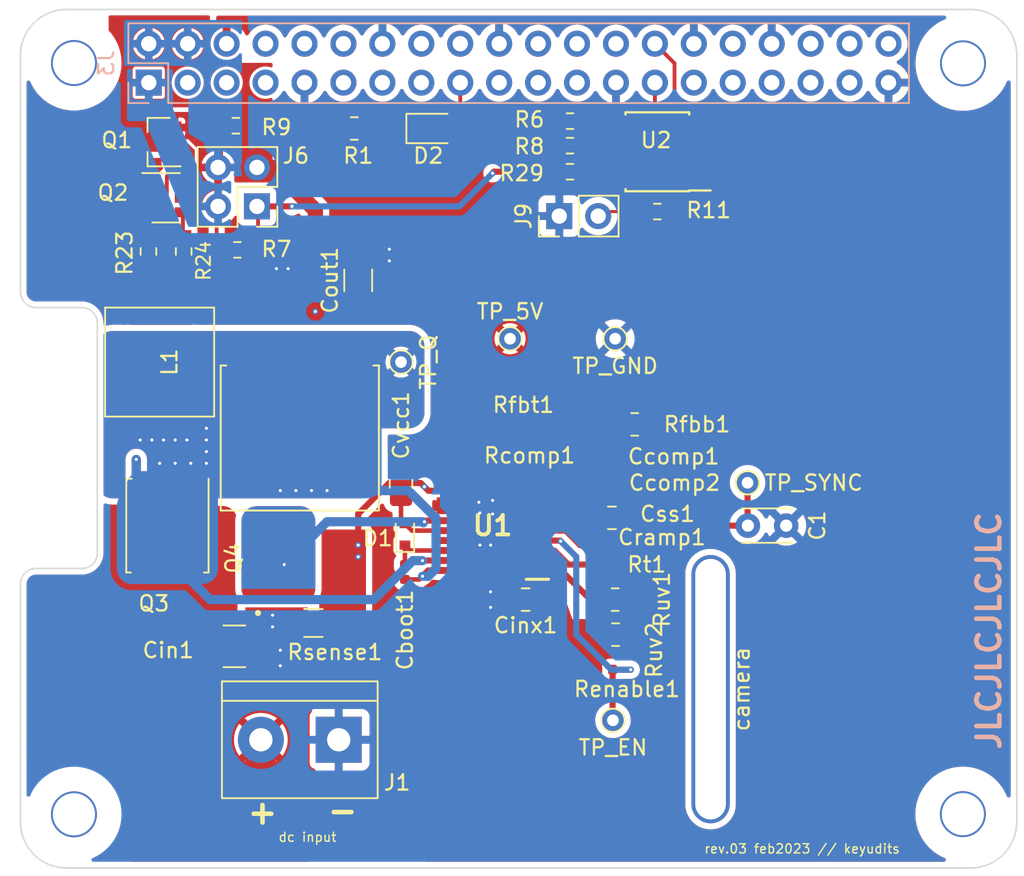
<source format=kicad_pcb>
(kicad_pcb (version 20211014) (generator pcbnew)
  (layers (0 "F.Cu" signal) (31 "B.Cu" signal) (34 "B.Paste" user) (35 "F.Paste" user) (36 "B.SilkS" user "B.Silkscreen") (37 "F.SilkS" user "F.Silkscreen") (38 "B.Mask" user) (39 "F.Mask" user) (44 "Edge.Cuts" user))
  (net 0 "")
  (net 1 "GND")
  (net 2 "/ID_SD_EEPROM")
  (net 3 "/ID_SC_EEPROM")
  (net 4 "Net-(Q1-Pad1)")
  (net 5 "Net-(Q2-Pad1)")
  (net 6 "/P3V3_HAT")
  (net 7 "/P5V_HAT")
  (net 8 "/P3V3")
  (net 9 "/P5V")
  (net 10 "Net-(J9-Pad2)")
  (net 11 "Net-(Cboot1-Pad1)")
  (net 12 "Net-(Ccomp1-Pad2)")
  (net 13 "Net-(Ccomp1-Pad1)")
  (net 14 "Net-(Ccomp2-Pad2)")
  (net 15 "Net-(Cramp1-Pad1)")
  (net 16 "Net-(Css1-Pad1)")
  (net 17 "Net-(Cvcc1-Pad1)")
  (net 18 "/LED")
  (net 19 "Net-(D2-Pad1)")
  (net 20 "cont")
  (net 45 "Net-(Renable1-Pad2)")
  (net 46 "Net-(Ruv1-Pad1)")
  (net 47 "Net-(C1-Pad2)")
  (net 50 "q4_pad3")
  (net 51 "Vin")
  (net 52 "ho")
  (net 53 "lo")
  (footprint "project_footprints:NPTH_3mm_ID" (layer "F.Cu") (at 82.04 64.31)
    (fp_text reference "H1")
    (fp_text value "3mm_Mounting_Hole" hide)
  )
  (footprint "project_footprints:NPTH_3mm_ID" (layer "F.Cu") (at 140.04 64.33)
    (fp_text reference "H2")
    (fp_text value "3mm_Mounting_Hole" hide)
  )
  (footprint "project_footprints:NPTH_3mm_ID" (layer "F.Cu") (at 82.04 113.32)
    (fp_text reference "H3")
    (fp_text value "3mm_Mounting_Hole" hide)
  )
  (footprint "project_footprints:NPTH_3mm_ID" (layer "F.Cu") (at 140.03 113.31)
    (fp_text reference "H4")
    (fp_text value "3mm_Mounting_Hole" hide)
  )
  (footprint "Resistor_SMD:R_0603_1608Metric_Pad0.84x1.00mm_HandSolder" (layer "F.Cu") (at 92.6 68.4)
    (fp_text reference "R9")
    (fp_text value "DNP")
  )
  (footprint "Resistor_SMD:R_0603_1608Metric_Pad0.84x1.00mm_HandSolder" (layer "F.Cu") (at 92.7 76.5)
    (fp_text reference "R7")
    (fp_text value "DNP")
  )
  (footprint "Resistor_SMD:R_0603_1608Metric_Pad0.84x1.00mm_HandSolder" (layer "F.Cu") (at 120.1 74)
    (fp_text reference "R11")
    (fp_text value "DNP")
  )
  (footprint "Resistor_SMD:R_0603_1608Metric_Pad0.84x1.00mm_HandSolder" (layer "F.Cu") (at 86.9 76.6 -90)
    (fp_text reference "R23")
    (fp_text value "10K")
  )
  (footprint "Resistor_SMD:R_0603_1608Metric_Pad0.84x1.00mm_HandSolder" (layer "F.Cu") (at 89.2 76.6 -90)
    (fp_text reference "R24")
    (fp_text value "47K")
  )
  (footprint "Resistor_SMD:R_0603_1608Metric_Pad0.84x1.00mm_HandSolder" (layer "F.Cu") (at 114.4 71.4)
    (fp_text reference "R29")
    (fp_text value "10K")
  )
  (footprint "Resistor_SMD:R_0603_1608Metric_Pad0.84x1.00mm_HandSolder" (layer "F.Cu") (at 114.4 69.7)
    (fp_text reference "R8")
    (fp_text value "3.9K")
  )
  (footprint "Package_TO_SOT_SMD:SOT-23-6" (layer "F.Cu") (at 88.05 73.1)
    (fp_text reference "Q2")
    (fp_text value "DMMT5401")
  )
  (footprint "Package_TO_SOT_SMD:SOT-23" (layer "F.Cu") (at 87.6 69.469 180)
    (fp_text reference "Q1")
    (fp_text value "DMG2305UX")
  )
  (footprint "Package_SOIC:SOIC-8_3.9x4.9mm_P1.27mm" (layer "F.Cu") (at 120.1 70.1 180)
    (fp_text reference "U2")
    (fp_text value "CAT24C32")
  )
  (footprint "Connector_PinHeader_2.54mm:PinHeader_2x02_P2.54mm_Vertical" (layer "F.Cu") (at 93.98 73.66 180)
    (fp_text reference "J6")
    (fp_text value "CONN_02X02")
  )
  (footprint "Resistor_SMD:R_0603_1608Metric_Pad0.84x1.00mm_HandSolder" (layer "F.Cu") (at 114.4 68.1)
    (fp_text reference "R6")
    (fp_text value "3.9K")
  )
  (footprint "Capacitor_SMD:C_1210_3225Metric" (layer "F.Cu") (at 92.505 102.362)
    (fp_text reference "Cin1")
    (fp_text value "2.2uF")
  )
  (footprint "Capacitor_SMD:C_0805_2012Metric" (layer "F.Cu") (at 103.378 91.76 90)
    (fp_text reference "Cvcc1")
    (fp_text value "1uF")
  )
  (footprint "Diode_SMD:D_SOD-523" (layer "F.Cu") (at 103.632 95.058 90)
    (fp_text reference "D1")
    (fp_text value "BAS516")
  )
  (footprint "LED_SMD:LED_0805_2012Metric" (layer "F.Cu") (at 105.41 68.58)
    (fp_text reference "D2")
    (fp_text value "LED")
  )
  (footprint "TerminalBlock:TerminalBlock_bornier-2_P5.08mm" (layer "F.Cu") (at 99.314 108.458 180)
    (fp_text reference "J1")
    (fp_text value "Input")
  )
  (footprint "Resistor_SMD:R_0805_2012Metric" (layer "F.Cu") (at 100.33 68.58)
    (fp_text reference "R1")
    (fp_text value "2.2k")
  )
  (footprint "Resistor_SMD:R_1206_3216Metric" (layer "F.Cu") (at 97.66 100.838 180)
    (fp_text reference "Rsense1")
    (fp_text value "20m")
  )
  (footprint "Resistor_SMD:R_0805_2012Metric" (layer "F.Cu") (at 117.348 99.314)
    (fp_text reference "Ruv1")
    (fp_text value "14.7k")
  )
  (footprint "Resistor_SMD:R_0805_2012Metric" (layer "F.Cu") (at 117.3755 101.6)
    (fp_text reference "Ruv2")
    (fp_text value "76.8k")
  )
  (footprint "Capacitor_SMD:C_0805_2012Metric" (layer "F.Cu") (at 111.506 99.314 180)
    (fp_text reference "Cinx1")
    (fp_text value "100nF")
  )
  (footprint "Capacitor_SMD:C_0402_1005Metric" (layer "F.Cu") (at 103.632 97.513 -90)
    (fp_text reference "Cboot1")
    (fp_text value "100nF")
  )
  (footprint "kyuditsky_kicad:SOP65P640X110-21N" (layer "F.Cu") (at 109.351 94.488 180)
    (fp_text reference "U1")
    (fp_text value "LM5116MHX_NOPB" hide)
  )
  (footprint "Inductor_SMD:L_Bourns_SRP6540" (layer "F.Cu") (at 87.63 83.82 90)
    (fp_text reference "L1")
    (fp_text value "8.2uH")
  )
  (footprint "Resistor_SMD:R_0805_2012Metric" (layer "F.Cu") (at 118.6225 87.884)
    (fp_text reference "Rfbb1")
    (fp_text value "10.4k")
  )
  (footprint "Connector_PinHeader_2.54mm:PinHeader_1x02_P2.54mm_Vertical" (layer "F.Cu") (at 113.7 74.295 90)
    (fp_text reference "J9")
    (fp_text value "CONN_01X02")
  )
  (footprint "Resistor_SMD:R_0402_1005Metric" (layer "F.Cu") (at 117.348 97.028)
    (fp_text reference "Rt1")
    (fp_text value "6.04k")
  )
  (footprint "Capacitor_SMD:C_1206_3216Metric" (layer "F.Cu") (at 100.584 78.486 90)
    (fp_text reference "Cout1")
    (fp_text value "33uF")
  )
  (footprint "Capacitor_SMD:C_0402_1005Metric" (layer "F.Cu") (at 116.925 91.694 180)
    (fp_text reference "Ccomp2")
    (fp_text value "15pF")
  )
  (footprint "Capacitor_SMD:C_0402_1005Metric" (layer "F.Cu") (at 116.971 89.916 180)
    (fp_text reference "Ccomp1")
    (fp_text value "470pF")
  )
  (footprint "Capacitor_SMD:C_0805_2012Metric" (layer "F.Cu") (at 117.136 93.98)
    (fp_text reference "Css1")
    (fp_text value "33nF")
  )
  (footprint "Capacitor_SMD:C_0402_1005Metric" (layer "F.Cu") (at 116.694 95.758)
    (fp_text reference "Cramp1")
    (fp_text value "220pF")
  )
  (footprint "Resistor_SMD:R_0402_1005Metric" (layer "F.Cu") (at 114.408 87.122)
    (fp_text reference "Rfbt1")
    (fp_text value "32.4k")
  )
  (footprint "Resistor_SMD:R_0402_1005Metric" (layer "F.Cu") (at 116.694 103.886)
    (fp_text reference "Renable1")
    (fp_text value "1M")
  )
  (footprint "Resistor_SMD:R_0402_1005Metric" (layer "F.Cu") (at 115.17 90.701 90)
    (fp_text reference "Rcomp1")
    (fp_text value "41.2k")
  )
  (footprint "LM5116-pihat-01:raspberry_pi_camera_cutout" (layer "F.Cu") (at 123.571 105.156)
    (fp_text reference "camera")
    (fp_text value "raspberry_pi_camera_cutout")
  )
  (footprint "Package_TO_SOT_SMD:TDSON-8-1" (layer "F.Cu") (at 88.138 94.488 -90)
    (fp_text reference "Q3")
    (fp_text value "CSD19534Q5A")
  )
  (footprint "TO254P1524X457-4N" (layer "F.Cu") (at 96.774 90.912 90)
    (fp_text reference "Q4")
    (fp_text value "IPB027N10N3_G")
  )
  (footprint "Connector_Pin:test_point" (layer "F.Cu") (at 103.378 83.82 90)
    (fp_text reference "TP_Q")
    (fp_text value "test_point")
  )
  (footprint "Connector_Pin:test_point" (layer "F.Cu") (at 125.984 91.694 90)
    (fp_text reference "TP_SYNC")
    (fp_text value "test_point")
  )
  (footprint "Connector_Pin:test_point" (layer "F.Cu") (at 117.202 107.188)
    (fp_text reference "TP_EN")
    (fp_text value "test_point")
  )
  (footprint "Connector_Pin:test_point" (layer "F.Cu") (at 117.348 82.296)
    (fp_text reference "TP_GND")
    (fp_text value "test_point")
  )
  (footprint "Capacitor_THT:C_Disc_D3.0mm_W2.0mm_P2.50mm" (layer "F.Cu") (at 128.504 94.488 180)
    (fp_text reference "C1")
    (fp_text value "100pf")
  )
  (footprint "Connector_Pin:test_point" (layer "F.Cu") (at 110.49 82.296 180)
    (fp_text reference "TP_5V")
    (fp_text value "test_point")
  )
  (footprint "Connector_PinSocket_2.54mm:PinSocket_2x20_P2.54mm_Vertical" (layer "B.Cu") (at 86.92 65.59 -90)
    (fp_text reference "J3")
    (fp_text value "40HAT")
  )
  (gr_line (start 78.5495 79.248) (end 78.546356 63.817611) (layer "Edge.Cuts") (width 0.1))
  (gr_line (start 79.628876 80.262021) (end 82.55 80.264) (layer "Edge.Cuts") (width 0.1))
  (gr_line (start 83.566 81.28) (end 83.566 96.266) (layer "Edge.Cuts") (width 0.1))
  (gr_line (start 82.55 97.282) (end 79.5655 97.282) (layer "Edge.Cuts") (width 0.1))
  (gr_line (start 78.5495 98.298) (end 78.546356 113.817611) (layer "Edge.Cuts") (width 0.1))
  (gr_line (start 143.546351 113.822847) (end 143.546356 63.817611) (layer "Edge.Cuts") (width 0.1))
  (gr_arc (start 143.546351 113.822847) (mid 142.665824 115.940781) (end 140.546356 116.817611) (layer "Edge.Cuts") (width 0.1))
  (gr_line (start 81.546356 116.817611) (end 140.546356 116.817611) (layer "Edge.Cuts") (width 0.1))
  (gr_arc (start 82.55 80.264) (mid 83.26842 80.56158) (end 83.566 81.28) (layer "Edge.Cuts") (width 0.1))
  (gr_arc (start 78.546356 63.817611) (mid 79.425036 61.696291) (end 81.546356 60.817611) (layer "Edge.Cuts") (width 0.1))
  (gr_arc (start 78.5495 98.298) (mid 78.84708 97.57958) (end 79.5655 97.282) (layer "Edge.Cuts") (width 0.1))
  (gr_arc (start 79.629295 80.261995) (mid 78.87 79.988632) (end 78.5495 79.248) (layer "Edge.Cuts") (width 0.1))
  (gr_line (start 140.546356 60.817611) (end 81.546356 60.817611) (layer "Edge.Cuts") (width 0.1))
  (gr_arc (start 81.546356 116.817611) (mid 79.425036 115.938931) (end 78.546356 113.817611) (layer "Edge.Cuts") (width 0.1))
  (gr_arc (start 140.546356 60.817611) (mid 142.667676 61.696291) (end 143.546356 63.817611) (layer "Edge.Cuts") (width 0.1))
  (gr_arc (start 83.566 96.266) (mid 83.26842 96.98442) (end 82.55 97.282) (layer "Edge.Cuts") (width 0.1))
  (gr_text "JLCJLCJLCJLC" (at 141.732 101.346 90) (layer "B.SilkS") (effects (font (size 1.5 1.5) (thickness 0.3))))
  (gr_text "rev.03 feb2023 // keyudits" (at 129.54 115.57) (layer "F.SilkS") (effects (font (size 0.6 0.6) (thickness 0.09))))
  (gr_text "+" (at 94.234 113.284 90) (layer "F.SilkS") (effects (font (size 1.5 1.5) (thickness 0.3))))
  (gr_text "dc input" (at 97.282 114.808) (layer "F.SilkS") (effects (font (size 0.6 0.6) (thickness 0.09))))
  (gr_text "-" (at 99.568 113.284 180) (layer "F.SilkS") (effects (font (size 1.5 1.5) (thickness 0.3))))
  (segment (start 106.426 92.863) (end 107.726 92.863) (width 0.3) (layer "F.Cu") (net 1))
  (segment (start 108.5235 93.6605) (end 109.351 94.488) (width 0.3) (layer "F.Cu") (net 1))
  (segment (start 108.5235 95.3155) (end 109.351 94.488) (width 0.3) (layer "F.Cu") (net 1))
  (segment (start 112.276 94.163) (end 109.676 94.163) (width 0.3) (layer "F.Cu") (net 1))
  (segment (start 106.426 91.563) (end 108.073 91.563) (width 0.3) (layer "F.Cu") (net 1))
  (segment (start 108.376 93.513) (end 108.5235 93.6605) (width 0.3) (layer "F.Cu") (net 1))
  (segment (start 108.376 95.463) (end 108.5235 95.3155) (width 0.3) (layer "F.Cu") (net 1))
  (segment (start 106.426 95.463) (end 108.376 95.463) (width 0.3) (layer "F.Cu") (net 1))
  (segment (start 107.726 92.863) (end 109.351 94.488) (width 0.3) (layer "F.Cu") (net 1))
  (segment (start 106.426 93.513) (end 108.376 93.513) (width 0.3) (layer "F.Cu") (net 1))
  (segment (start 109.351 93.341) (end 109.351 94.488) (width 0.3) (layer "F.Cu") (net 1))
  (segment (start 108.073 91.563) (end 109.351 92.841) (width 0.3) (layer "F.Cu") (net 1))
  (segment (start 109.676 94.163) (end 109.351 94.488) (width 0.3) (layer "F.Cu") (net 1))
  (segment (start 109.351 92.841) (end 109.351 93.341) (width 0.3) (layer "F.Cu") (net 1))
  (segment (start 122.8 68.195) (end 122.8 72.005) (width 0.2) (layer "F.Cu") (net 1))
  (via (at 109.22 98.806) (size 0.4) (drill 0.2) (layers "F.Cu" "B.Cu") (net 1))
  (via (at 102.616 76.454) (size 0.4) (drill 0.2) (layers "F.Cu" "B.Cu") (net 1))
  (via (at 109.22 95.758) (size 0.4) (drill 0.2) (layers "F.Cu" "B.Cu") (net 1))
  (via (at 95.504 102.616) (size 0.4) (drill 0.2) (layers "F.Cu" "B.Cu") (net 1))
  (via (at 94.996 101.092) (size 0.4) (drill 0.2) (layers "F.Cu" "B.Cu") (net 1))
  (via (at 94.996 100.33) (size 0.4) (drill 0.2) (layers "F.Cu" "B.Cu") (net 1))
  (via (at 109.351 92.841) (size 0.4) (drill 0.2) (layers "F.Cu" "B.Cu") (net 1))
  (via (at 108.458 92.964) (size 0.4) (drill 0.2) (layers "F.Cu" "B.Cu") (net 1))
  (via (at 95.25 77.724) (size 0.4) (drill 0.2) (layers "F.Cu" "B.Cu") (net 1))
  (via (at 96.012 77.724) (size 0.4) (drill 0.2) (layers "F.Cu" "B.Cu") (net 1))
  (via (at 109.351 93.726) (size 0.4) (drill 0.2) (layers "F.Cu" "B.Cu") (net 1))
  (via (at 108.5235 95.758) (size 0.4) (drill 0.2) (layers "F.Cu" "B.Cu") (net 1))
  (via (at 102.616 77.216) (size 0.4) (drill 0.2) (layers "F.Cu" "B.Cu") (net 1))
  (via (at 108.5235 93.6605) (size 0.4) (drill 0.2) (layers "F.Cu" "B.Cu") (net 1))
  (via (at 95.504 103.632) (size 0.4) (drill 0.2) (layers "F.Cu" "B.Cu") (net 1))
  (via (at 109.22 99.822) (size 0.4) (drill 0.2) (layers "F.Cu" "B.Cu") (net 1))
  (segment (start 119.003 68.195) (end 117.4 68.195) (width 0.25) (layer "F.Cu") (net 2))
  (segment (start 117.4 68.195) (end 115.4575 68.195) (width 0.25) (layer "F.Cu") (net 2))
  (segment (start 119.94 65.59) (end 119.94 67.258) (width 0.25) (layer "F.Cu") (net 2))
  (segment (start 115.4575 68.195) (end 115.3625 68.1) (width 0.25) (layer "F.Cu") (net 2))
  (segment (start 119.94 67.258) (end 119.003 68.195) (width 0.25) (layer "F.Cu") (net 2))
  (segment (start 119.94 66.06) (end 119.94 65.59) (width 0.25) (layer "B.Cu") (net 2))
  (segment (start 118.61438 69.465) (end 117.4 69.465) (width 0.25) (layer "F.Cu") (net 3))
  (segment (start 121.21896 64.32896) (end 121.21896 66.86042) (width 0.25) (layer "F.Cu") (net 3))
  (segment (start 121.21896 66.86042) (end 118.61438 69.465) (width 0.25) (layer "F.Cu") (net 3))
  (segment (start 115.5975 69.465) (end 115.3625 69.7) (width 0.25) (layer "F.Cu") (net 3))
  (segment (start 119.94 63.05) (end 121.21896 64.32896) (width 0.25) (layer "F.Cu") (net 3))
  (segment (start 119.94 63.05) (end 119.85 63.05) (width 0.25) (layer "F.Cu") (net 3))
  (segment (start 117.4 69.465) (end 115.5975 69.465) (width 0.25) (layer "F.Cu") (net 3))
  (segment (start 89.15 75.45) (end 89.2 75.5) (width 0.25) (layer "F.Cu") (net 4))
  (segment (start 88.45 74.05) (end 89.15 74.05) (width 0.25) (layer "F.Cu") (net 4))
  (segment (start 88.1 71.7) (end 88.1 73.7) (width 0.25) (layer "F.Cu") (net 4))
  (segment (start 88.60076 70.55) (end 88.60076 71.19924) (width 0.25) (layer "F.Cu") (net 4))
  (segment (start 88.60076 71.19924) (end 88.1 71.7) (width 0.25) (layer "F.Cu") (net 4))
  (segment (start 88.1 73.7) (end 88.45 74.05) (width 0.25) (layer "F.Cu") (net 4))
  (segment (start 89.15 74.05) (end 89.15 75.45) (width 0.25) (layer "F.Cu") (net 4))
  (segment (start 86.95 73.1) (end 86.95 74.05) (width 0.25) (layer "F.Cu") (net 5))
  (segment (start 86.95 74.05) (end 86.9 74.1) (width 0.25) (layer "F.Cu") (net 5))
  (segment (start 86.9 74.1) (end 86.9 75.5) (width 0.25) (layer "F.Cu") (net 5))
  (segment (start 86.95 72.15) (end 86.95 73.1) (width 0.25) (layer "F.Cu") (net 5))
  (segment (start 91.35 73.75) (end 91.44 73.66) (width 0.25) (layer "F.Cu") (net 6))
  (segment (start 91.35 76.5) (end 91.35 73.75) (width 0.25) (layer "F.Cu") (net 6))
  (segment (start 89.9 73.1) (end 90.6 72.4) (width 0.25) (layer "F.Cu") (net 7))
  (segment (start 90.6 72.4) (end 91.2 72.4) (width 0.25) (layer "F.Cu") (net 7))
  (segment (start 91.2 72.4) (end 91.44 72.16) (width 0.25) (layer "F.Cu") (net 7))
  (segment (start 91.44 72.16) (end 91.44 71.12) (width 0.25) (layer "F.Cu") (net 7))
  (segment (start 91.6375 68.4) (end 91.6375 70.9225) (width 0.25) (layer "F.Cu") (net 7))
  (segment (start 88.7 68.65) (end 88.7 68.6) (width 0.25) (layer "F.Cu") (net 7))
  (segment (start 89.15 73.1) (end 89.9 73.1) (width 0.25) (layer "F.Cu") (net 7))
  (segment (start 91.6375 70.9225) (end 91.44 71.12) (width 0.25) (layer "F.Cu") (net 7))
  (segment (start 94.05 73.73) (end 93.98 73.66) (width 0.25) (layer "F.Cu") (net 8))
  (segment (start 116.078 72.644) (end 114.6815 72.644) (width 0.2) (layer "F.Cu") (net 8))
  (segment (start 94.05 76.5) (end 94.05 73.73) (width 0.25) (layer "F.Cu") (net 8))
  (segment (start 109.347 71.501) (end 109.448 71.4) (width 0.4) (layer "F.Cu") (net 8))
  (segment (start 114.6815 72.644) (end 113.4375 71.4) (width 0.2) (layer "F.Cu") (net 8))
  (segment (start 116.717 72.005) (end 116.078 72.644) (width 0.2) (layer "F.Cu") (net 8))
  (segment (start 117.4 72.005) (end 116.717 72.005) (width 0.2) (layer "F.Cu") (net 8))
  (segment (start 109.448 71.4) (end 113.4375 71.4) (width 0.4) (layer "F.Cu") (net 8))
  (segment (start 113.4375 68.1) (end 113.4375 71.4) (width 0.2) (layer "F.Cu") (net 8))
  (segment (start 96.266 73.66) (end 93.98 73.66) (width 0.4) (layer "F.Cu") (net 8))
  (via (at 109.347 71.501) (size 0.4) (drill 0.2) (layers "F.Cu" "B.Cu") (net 8))
  (via (at 96.266 73.66) (size 0.4) (drill 0.2) (layers "F.Cu" "B.Cu") (net 8))
  (segment (start 109.347 71.501) (end 107.188 73.66) (width 0.4) (layer "B.Cu") (net 8))
  (segment (start 107.188 73.66) (end 96.266 73.66) (width 0.4) (layer "B.Cu") (net 8))
  (segment (start 93.98 68.43) (end 93.95 68.4) (width 0.25) (layer "F.Cu") (net 9))
  (segment (start 89.15 72.15) (end 89.35 72.15) (width 0.25) (layer "F.Cu") (net 9))
  (segment (start 89.8 70.05) (end 89.35 69.6) (width 0.25) (layer "F.Cu") (net 9))
  (segment (start 97.79 80.518) (end 97.79 73.911208) (width 1) (layer "F.Cu") (net 9))
  (segment (start 94.998792 71.12) (end 93.98 71.12) (width 1) (layer "F.Cu") (net 9))
  (segment (start 112.276 91.563) (end 113.669 91.563) (width 0.4) (layer "F.Cu") (net 9))
  (segment (start 97.79 73.911208) (end 94.998792 71.12) (width 1) (layer "F.Cu") (net 9))
  (segment (start 89.35 69.6) (end 87.75 69.6) (width 0.25) (layer "F.Cu") (net 9))
  (segment (start 87.75 69.6) (end 86.5 69.6) (width 0.25) (layer "F.Cu") (net 9))
  (segment (start 89.35 72.15) (end 89.8 71.7) (width 0.25) (layer "F.Cu") (net 9))
  (segment (start 93.98 71.12) (end 93.98 68.43) (width 0.25) (layer "F.Cu") (net 9))
  (segment (start 113.923 87.122) (end 113.923 91.309) (width 0.4) (layer "F.Cu") (net 9))
  (segment (start 113.669 91.563) (end 113.792 91.44) (width 0.4) (layer "F.Cu") (net 9))
  (segment (start 89.8 71.7) (end 89.8 70.05) (width 0.25) (layer "F.Cu") (net 9))
  (segment (start 113.923 91.309) (end 113.792 91.44) (width 0.4) (layer "F.Cu") (net 9))
  (via (at 97.79 80.518) (size 0.4) (drill 0.2) (layers "F.Cu" "B.Cu") (net 9))
  (segment (start 116.535 74) (end 116.24 74.295) (width 0.2) (layer "F.Cu") (net 10))
  (segment (start 118.741 70.735) (end 119.1375 71.1315) (width 0.2) (layer "F.Cu") (net 10))
  (segment (start 117.4 70.735) (end 116.0275 70.735) (width 0.2) (layer "F.Cu") (net 10))
  (segment (start 117.4 70.735) (end 118.741 70.735) (width 0.2) (layer "F.Cu") (net 10))
  (segment (start 116.0275 70.735) (end 115.3625 71.4) (width 0.2) (layer "F.Cu") (net 10))
  (segment (start 119.1375 71.1315) (end 119.1375 74) (width 0.2) (layer "F.Cu") (net 10))
  (segment (start 119.1375 74) (end 116.535 74) (width 0.2) (layer "F.Cu") (net 10))
  (segment (start 106.426 96.113) (end 103.987 96.113) (width 0.3) (layer "F.Cu") (net 11))
  (segment (start 103.632 97.028) (end 103.632 95.758) (width 0.3) (layer "F.Cu") (net 11))
  (segment (start 103.987 96.113) (end 103.632 95.758) (width 0.3) (layer "F.Cu") (net 11))
  (segment (start 115.17 90.216) (end 115.47 89.916) (width 0.4) (layer "F.Cu") (net 12))
  (segment (start 115.47 89.916) (end 116.486 89.916) (width 0.4) (layer "F.Cu") (net 12))
  (segment (start 114.893 87.122) (end 116.948 87.122) (width 0.4) (layer "F.Cu") (net 13))
  (segment (start 117.41 91.818282) (end 116.814282 92.414) (width 0.4) (layer "F.Cu") (net 13))
  (segment (start 117.71 87.884) (end 117.71 89.662) (width 0.4) (layer "F.Cu") (net 13))
  (segment (start 117.71 89.662) (end 117.456 89.916) (width 0.4) (layer "F.Cu") (net 13))
  (segment (start 117.41 89.962) (end 117.456 89.916) (width 0.4) (layer "F.Cu") (net 13))
  (segment (start 117.41 91.694) (end 117.41 91.818282) (width 0.4) (layer "F.Cu") (net 13))
  (segment (start 116.948 87.122) (end 117.71 87.884) (width 0.4) (layer "F.Cu") (net 13))
  (segment (start 114.799 92.414) (end 114.35 92.863) (width 0.4) (layer "F.Cu") (net 13))
  (segment (start 116.814282 92.414) (end 114.799 92.414) (width 0.4) (layer "F.Cu") (net 13))
  (segment (start 114.35 92.863) (end 112.276 92.863) (width 0.4) (layer "F.Cu") (net 13))
  (segment (start 117.41 91.694) (end 117.41 89.962) (width 0.4) (layer "F.Cu") (net 13))
  (segment (start 115.17 91.186) (end 115.678 91.694) (width 0.4) (layer "F.Cu") (net 14))
  (segment (start 115.678 91.694) (end 116.44 91.694) (width 0.4) (layer "F.Cu") (net 14))
  (segment (start 114.143 92.213) (end 115.17 91.186) (width 0.4) (layer "F.Cu") (net 14))
  (segment (start 112.276 92.213) (end 114.143 92.213) (width 0.4) (layer "F.Cu") (net 14))
  (segment (start 112.276 94.813) (end 114.117 94.813) (width 0.4) (layer "F.Cu") (net 15))
  (segment (start 114.117 94.813) (end 115.062 95.758) (width 0.4) (layer "F.Cu") (net 15))
  (segment (start 115.062 95.758) (end 116.209 95.758) (width 0.4) (layer "F.Cu") (net 15))
  (segment (start 112.276 93.513) (end 115.719 93.513) (width 0.4) (layer "F.Cu") (net 16))
  (segment (start 115.719 93.513) (end 116.186 93.98) (width 0.4) (layer "F.Cu") (net 16))
  (segment (start 104.087 94.813) (end 103.632 94.358) (width 0.3) (layer "F.Cu") (net 17))
  (segment (start 103.378 92.39) (end 103.378 94.104) (width 0.3) (layer "F.Cu") (net 17))
  (segment (start 106.426 94.813) (end 104.087 94.813) (width 0.3) (layer "F.Cu") (net 17))
  (segment (start 103.378 94.104) (end 103.632 94.358) (width 0.3) (layer "F.Cu") (net 17))
  (segment (start 106.435 68.063) (end 106.435 68.58) (width 0.25) (layer "F.Cu") (net 18))
  (segment (start 107.24 65.59) (end 107.24 67.258) (width 0.25) (layer "F.Cu") (net 18))
  (segment (start 107.24 67.258) (end 106.435 68.063) (width 0.25) (layer "F.Cu") (net 18))
  (segment (start 104.385 68.58) (end 101.355 68.58) (width 0.25) (layer "F.Cu") (net 19))
  (segment (start 106.426 97.413) (end 105.156 97.413) (width 0.4) (layer "F.Cu") (net 20))
  (segment (start 103.632 97.998) (end 104.571 97.998) (width 0.3) (layer "F.Cu") (net 20))
  (segment (start 105.156 97.413) (end 104.779 97.79) (width 0.4) (layer "F.Cu") (net 20))
  (segment (start 104.571 97.998) (end 104.779 97.79) (width 0.3) (layer "F.Cu") (net 20))
  (via (at 88.646 88.9) (size 0.4) (drill 0.2) (layers "F.Cu" "B.Cu") (net 20))
  (via (at 104.779 97.79) (size 0.4) (drill 0.2) (layers "F.Cu" "B.Cu") (net 20))
  (via (at 95.504 92.202) (size 0.4) (drill 0.2) (layers "F.Cu" "B.Cu") (net 20))
  (via (at 87.884 88.9) (size 0.4) (drill 0.2) (layers "F.Cu" "B.Cu") (net 20))
  (via (at 90.678 88.138) (size 0.4) (drill 0.2) (layers "F.Cu" "B.Cu") (net 20))
  (via (at 89.408 88.9) (size 0.4) (drill 0.2) (layers "F.Cu" "B.Cu") (net 20))
  (via (at 98.552 92.202) (size 0.4) (drill 0.2) (layers "F.Cu" "B.Cu") (net 20))
  (via (at 88.646 90.424) (size 0.4) (drill 0.2) (layers "F.Cu" "B.Cu") (net 20))
  (via (at 89.662 90.424) (size 0.4) (drill 0.2) (layers "F.Cu" "B.Cu") (net 20))
  (via (at 90.678 88.9) (size 0.4) (drill 0.2) (layers "F.Cu" "B.Cu") (net 20))
  (via (at 87.122 88.9) (size 0.4) (drill 0.2) (layers "F.Cu" "B.Cu") (net 20))
  (via (at 97.536 92.202) (size 0.4) (drill 0.2) (layers "F.Cu" "B.Cu") (net 20))
  (via (at 90.678 89.662) (size 0.4) (drill 0.2) (layers "F.Cu" "B.Cu") (net 20))
  (via (at 90.678 90.424) (size 0.4) (drill 0.2) (layers "F.Cu" "B.Cu") (net 20))
  (via (at 87.63 90.424) (size 0.4) (drill 0.2) (layers "F.Cu" "B.Cu") (net 20))
  (via (at 96.52 92.202) (size 0.4) (drill 0.2) (layers "F.Cu" "B.Cu") (net 20))
  (via (at 86.36 88.9) (size 0.4) (drill 0.2) (layers "F.Cu" "B.Cu") (net 20))
  (segment (start 105.156 97.79) (end 104.779 97.79) (width 0.6) (layer "B.Cu") (net 20))
  (segment (start 105.664 97.282) (end 105.156 97.79) (width 0.6) (layer "B.Cu") (net 20))
  (segment (start 103.859949 92.202) (end 105.664 94.006051) (width 0.6) (layer "B.Cu") (net 20))
  (segment (start 105.664 94.006051) (end 105.664 97.282) (width 0.6) (layer "B.Cu") (net 20))
  (segment (start 98.552 92.202) (end 103.859949 92.202) (width 0.6) (layer "B.Cu") (net 20))
  (segment (start 117.179 103.886) (end 117.179 107.165) (width 0.4) (layer "F.Cu") (net 45))
  (segment (start 117.179 103.886) (end 118.364 103.886) (width 0.4) (layer "F.Cu") (net 45))
  (segment (start 117.179 107.165) (end 117.202 107.188) (width 0.4) (layer "F.Cu") (net 45))
  (segment (start 113.751 95.463) (end 113.792 95.504) (width 0.4) (layer "F.Cu") (net 45))
  (segment (start 112.276 95.463) (end 113.751 95.463) (width 0.4) (layer "F.Cu") (net 45))
  (via (at 113.792 95.504) (size 0.4) (drill 0.2) (layers "F.Cu" "B.Cu") (net 45))
  (via (at 118.364 103.886) (size 0.4) (drill 0.2) (layers "F.Cu" "B.Cu") (net 45))
  (segment (start 114.808 96.52) (end 114.808 101.6) (width 0.4) (layer "B.Cu") (net 45))
  (segment (start 113.792 95.504) (end 114.808 96.52) (width 0.4) (layer "B.Cu") (net 45))
  (segment (start 114.808 101.6) (end 117.094 103.886) (width 0.4) (layer "B.Cu") (net 45))
  (segment (start 117.094 103.886) (end 118.364 103.886) (width 0.4) (layer "B.Cu") (net 45))
  (segment (start 113.177472 96.763) (end 115.728472 99.314) (width 0.4) (layer "F.Cu") (net 46))
  (segment (start 112.276 96.763) (end 113.177472 96.763) (width 0.4) (layer "F.Cu") (net 46))
  (segment (start 115.728472 99.314) (end 116.4355 99.314) (width 0.4) (layer "F.Cu") (net 46))
  (segment (start 116.4355 99.314) (end 116.4355 99.7475) (width 0.4) (layer "F.Cu") (net 46))
  (segment (start 116.4355 99.7475) (end 118.288 101.6) (width 0.4) (layer "F.Cu") (net 46))
  (segment (start 117.458718 97.748) (end 120.438 97.748) (width 0.4) (layer "F.Cu") (net 47))
  (segment (start 116.863 97.152282) (end 117.458718 97.748) (width 0.4) (layer "F.Cu") (net 47))
  (segment (start 116.863 97.028) (end 116.863 97.152282) (width 0.4) (layer "F.Cu") (net 47))
  (segment (start 125.984 91.694) (end 125.984 94.468) (width 0.4) (layer "F.Cu") (net 47))
  (segment (start 125.984 94.468) (end 126.004 94.488) (width 0.4) (layer "F.Cu") (net 47))
  (segment (start 113.376 96.113) (end 114.291 97.028) (width 0.4) (layer "F.Cu") (net 47))
  (segment (start 114.291 97.028) (end 116.863 97.028) (width 0.4) (layer "F.Cu") (net 47))
  (segment (start 123.698 94.488) (end 126.004 94.488) (width 0.4) (layer "F.Cu") (net 47))
  (segment (start 120.438 97.748) (end 123.698 94.488) (width 0.4) (layer "F.Cu") (net 47))
  (segment (start 112.276 96.113) (end 113.376 96.113) (width 0.4) (layer "F.Cu") (net 47))
  (segment (start 100.584 93.726) (end 100.584 96.52) (width 0.4) (layer "F.Cu") (net 50))
  (segment (start 106.426 92.213) (end 105.167 92.213) (width 0.4) (layer "F.Cu") (net 50))
  (segment (start 105.167 92.213) (end 104.902 91.948) (width 0.4) (layer "F.Cu") (net 50))
  (segment (start 102.6 91.71) (end 100.584 93.726) (width 0.4) (layer "F.Cu") (net 50))
  (segment (start 104.664 91.71) (end 102.6 91.71) (width 0.4) (layer "F.Cu") (net 50))
  (segment (start 104.902 91.948) (end 104.664 91.71) (width 0.4) (layer "F.Cu") (net 50))
  (via (at 100.584 95.758) (size 0.4) (drill 0.2) (layers "F.Cu" "B.Cu") (net 50))
  (via (at 100.584 96.52) (size 0.4) (drill 0.2) (layers "F.Cu" "B.Cu") (net 50))
  (via (at 104.902 91.948) (size 0.4) (drill 0.2) (layers "F.Cu" "B.Cu") (net 50))
  (segment (start 112.776 106.426) (end 104.14 115.062) (width 2) (layer "F.Cu") (net 51))
  (segment (start 104.14 115.062) (end 97.028 115.062) (width 2) (layer "F.Cu") (net 51))
  (segment (start 97.028 115.062) (end 94.234 112.268) (width 2) (layer "F.Cu") (net 51))
  (segment (start 112.776 102.616) (end 112.776 106.426) (width 2) (layer "F.Cu") (net 51))
  (segment (start 94.234 112.268) (end 94.234 108.458) (width 2) (layer "F.Cu") (net 51))
  (segment (start 106.426 96.763) (end 104.79 96.763) (width 0.4) (layer "F.Cu") (net 52))
  (segment (start 86.106 90.17) (end 86.106 91.461) (width 0.6) (layer "F.Cu") (net 52))
  (segment (start 104.79 96.763) (end 104.779 96.774) (width 0.4) (layer "F.Cu") (net 52))
  (segment (start 86.106 91.461) (end 86.233 91.588) (width 0.6) (layer "F.Cu") (net 52))
  (via (at 86.106 90.17) (size 0.4) (drill 0.2) (layers "F.Cu" "B.Cu") (net 52))
  (via (at 104.779 96.774) (size 0.4) (drill 0.2) (layers "F.Cu" "B.Cu") (net 52))
  (segment (start 104.779 96.774) (end 104.14 96.774) (width 0.6) (layer "B.Cu") (net 52))
  (segment (start 86.106 94.488) (end 86.106 90.17) (width 0.6) (layer "B.Cu") (net 52))
  (segment (start 104.14 96.774) (end 101.6 99.314) (width 0.6) (layer "B.Cu") (net 52))
  (segment (start 101.6 99.314) (end 90.932 99.314) (width 0.6) (layer "B.Cu") (net 52))
  (segment (start 90.932 99.314) (end 86.106 94.488) (width 0.6) (layer "B.Cu") (net 52))
  (segment (start 95.614 97.172) (end 95.758 97.028) (width 0.6) (layer "F.Cu") (net 53))
  (segment (start 106.426 94.163) (end 104.973 94.163) (width 0.4) (layer "F.Cu") (net 53))
  (segment (start 94.234 97.172) (end 95.614 97.172) (width 0.6) (layer "F.Cu") (net 53))
  (segment (start 104.973 94.163) (end 104.902 94.234) (width 0.4) (layer "F.Cu") (net 53))
  (via (at 95.758 97.028) (size 0.4) (drill 0.2) (layers "F.Cu" "B.Cu") (net 53))
  (via (at 104.902 94.234) (size 0.4) (drill 0.2) (layers "F.Cu" "B.Cu") (net 53))
  (segment (start 98.552 94.234) (end 104.760579 94.234) (width 0.6) (layer "B.Cu") (net 53))
  (segment (start 104.760579 94.234) (end 104.83129 94.304711) (width 0.6) (layer "B.Cu") (net 53))
  (segment (start 95.758 97.028) (end 98.552 94.234) (width 0.6) (layer "B.Cu") (net 53))
  (zone (net 9) (net_name "/P5V") (layer "F.Cu") (priority 1) (connect_pads yes (clearance 0.2)) (min_thickness 0.2) (fill yes (thermal_gap 0.25) (thermal_bridge_width 0.508))
    (polygon (pts (xy 90.914 64.3) (xy 95 64.3) (xy 95 72.1) (xy 92.5 72.1) (xy 92.5 67.2) (xy 87.6 67.2) (xy 87.6 70.1) (xy 84.3 70.1) (xy 84.3 61.2) (xy 90.914 61.2)))
  )
  (zone (net 7) (net_name "/P5V_HAT") (layer "F.Cu") (priority 1) (connect_pads (clearance 0.2)) (min_thickness 0.2) (fill yes (thermal_gap 0.25) (thermal_bridge_width 0.508))
    (polygon (pts (xy 91.8 72.7) (xy 90.5 73.4) (xy 89.6 73.4) (xy 89.5 73.5) (xy 88 67.5) (xy 91.8 67.5)))
  )
  (zone (net 20) (net_name "cont") (layers F&B.Cu) (priority 2) (connect_pads thru_hole_only (clearance 0.4)) (min_thickness 0.2) (fill yes (thermal_gap 0.25) (thermal_bridge_width 0.508) (smoothing fillet) (radius 1))
    (polygon (pts (xy 104.902 88.138) (xy 102.108 88.138) (xy 102.108 92.71) (xy 83.058 92.71) (xy 83.058 81.788) (xy 104.902 81.788)))
  )
  (zone (net 1) (net_name "GND") (layer "F.Cu") (priority 2) (connect_pads yes (clearance 0.4)) (min_thickness 0.2) (fill yes (thermal_gap 0.25) (thermal_bridge_width 0.508) (smoothing fillet) (radius 1))
    (polygon (pts (xy 109.982 93.98) (xy 105.41 93.98) (xy 105.41 92.71) (xy 109.982 92.71)))
  )
  (zone (net 9) (net_name "/P5V") (layer "F.Cu") (priority 1) (connect_pads (clearance 0.4)) (min_thickness 0.2) (fill yes (thermal_gap 0.25) (thermal_bridge_width 0.508) (smoothing fillet))
    (polygon (pts (xy 114.3 91.694) (xy 108.458 91.694) (xy 107.188 82.042) (xy 85.09 82.042) (xy 85.09 78.74) (xy 114.3 78.74)))
  )
  (zone (net 1) (net_name "GND") (layer "F.Cu") (priority 2) (connect_pads yes (clearance 0.4)) (min_thickness 0.2) (fill yes (thermal_gap 0.25) (thermal_bridge_width 0.508) (smoothing fillet) (radius 1))
    (polygon (pts (xy 97.282 104.14) (xy 93.218 104.14) (xy 93.218 99.822) (xy 97.282 99.822)))
  )
  (zone (net 53) (net_name "lo") (layers F&B.Cu) (priority 2) (connect_pads thru_hole_only (clearance 0.4)) (min_thickness 0.2) (fill yes (thermal_gap 0.25) (thermal_bridge_width 0.508) (smoothing fillet) (radius 1))
    (polygon (pts (xy 97.79 99.568) (xy 92.964 99.568) (xy 92.964 93.218) (xy 97.79 93.218)))
  )
  (zone (net 51) (net_name "Vin") (layer "F.Cu") (priority 1) (connect_pads (clearance 0.4)) (min_thickness 0.2) (fill yes (thermal_gap 0.25) (thermal_bridge_width 0.508) (smoothing fillet) (radius 1))
    (polygon (pts (xy 92.71 106.172) (xy 97.79 106.172) (xy 97.79 116.586) (xy 85.344 116.586) (xy 85.344 109.982) (xy 78.232 109.982) (xy 78.232 92.964) (xy 92.71 93.218)))
  )
  (zone (net 1) (net_name "GND") (layers F&B.Cu) (connect_pads (clearance 0.4)) (min_thickness 0.254) (fill yes (thermal_gap 0.508) (thermal_bridge_width 0.508) (smoothing fillet) (radius 1) (island_removal_mode 2) (island_area_min 35))
    (polygon (pts (xy 144.018 117.348) (xy 77.216 117.348) (xy 77.216 60.198) (xy 144.018 60.198)))
    (polygon (pts (xy 103.886 92.456) (xy 103.886 93.98) (xy 105.918 93.98) (xy 105.918 92.456)))
  )
  (zone (net 51) (net_name "Vin") (layer "F.Cu") (priority 1) (connect_pads yes (clearance 0.4)) (min_thickness 0.254) (fill yes (thermal_gap 0.508) (thermal_bridge_width 0.508) (smoothing fillet) (radius 1))
    (polygon (pts (xy 114.554 100.584) (xy 117.348 100.584) (xy 117.348 104.902) (xy 111.506 104.902) (xy 111.506 97.028) (xy 113.284 97.028)))
  )
  (zone (net 50) (net_name "q4_pad3") (layer "F.Cu") (priority 1) (connect_pads yes (clearance 0.4)) (min_thickness 0.254) (fill yes (thermal_gap 0.508) (thermal_bridge_width 0.508) (smoothing chamfer))
    (polygon (pts (xy 98.044 94.742) (xy 101.092 94.742) (xy 101.092 101.854) (xy 98.044 101.854)))
  )
  (zone (net 7) (net_name "/P5V_HAT") (layer "B.Cu") (priority 1) (connect_pads (clearance 0.2)) (min_thickness 0.2) (fill yes (thermal_gap 0.25) (thermal_bridge_width 0.508))
    (polygon (pts (xy 93 71.7) (xy 91.2 71.7) (xy 90.5 69.5) (xy 89.5 68.9) (xy 89.5 64.5) (xy 85.3 64.5) (xy 85.3 61.5) (xy 93 61.5)))
  )
  (zone (net 6) (net_name "/P3V3_HAT") (layer "B.Cu") (priority 1) (connect_pads (clearance 0.2)) (min_thickness 0.2) (fill yes (thermal_gap 0.25) (thermal_bridge_width 0.508))
    (polygon (pts (xy 88.5 67.3) (xy 90.5 72) (xy 92.3 72) (xy 92.3 75) (xy 89.5 75) (xy 86.7 68.1) (xy 85.5 68.1) (xy 85.5 64.7) (xy 86.4 64.7) (xy 88.5 64.7)))
  )
  (zone (net 52) (net_name "ho") (layer "B.Cu") (priority 2) (connect_pads thru_hole_only (clearance 0.4)) (min_thickness 0.2) (fill yes (thermal_gap 0.25) (thermal_bridge_width 0.508) (smoothing fillet) (radius 1))
    (polygon (pts (xy 85.852 90.932) (xy 91.44 90.932) (xy 91.44 98.298) (xy 84.836 98.298) (xy 84.836 92.964)))
  )
)
</source>
